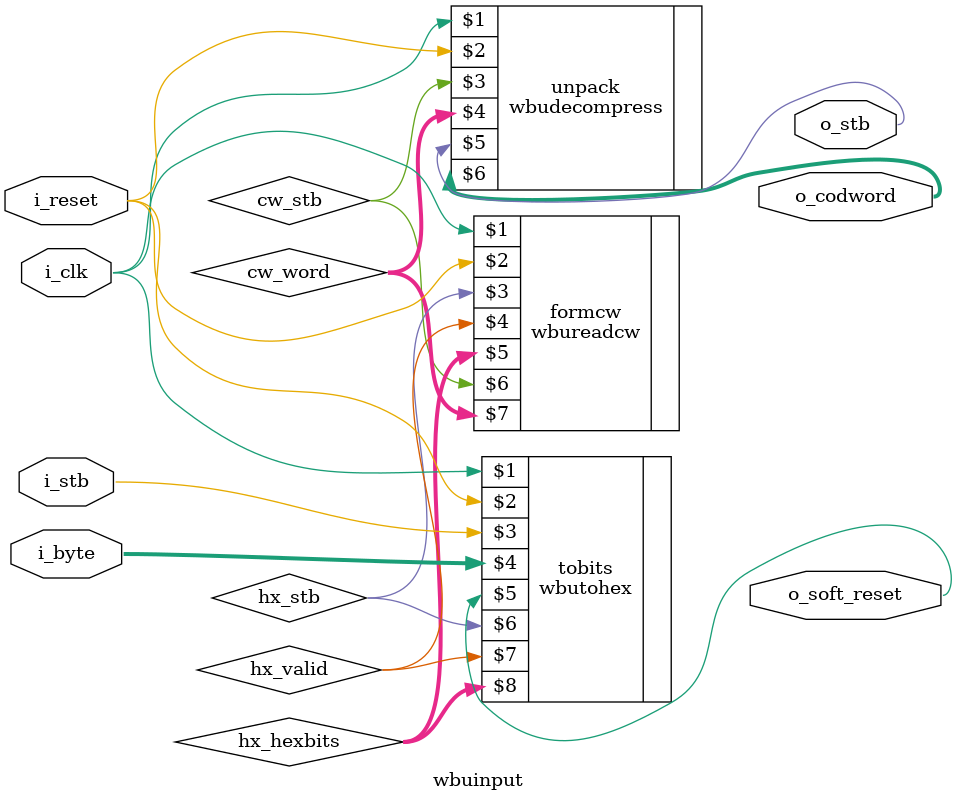
<source format=v>
`default_nettype none
module	wbuinput (
		// {{{
		input	wire		i_clk, i_reset,
					i_stb,
		input	wire	[7:0]	i_byte,
		output	wire		o_soft_reset,
		output	wire		o_stb,
		output	wire	[35:0]	o_codword
		// }}}
	);

	wire		hx_stb, hx_valid;
	wire	[5:0]	hx_hexbits;

	wire		cw_stb;
	wire	[35:0]	cw_word;

	wbutohex	tobits(i_clk, i_reset, i_stb, i_byte, o_soft_reset,
				hx_stb, hx_valid, hx_hexbits);

	wbureadcw	formcw(i_clk, i_reset, hx_stb, hx_valid, hx_hexbits,
				cw_stb, cw_word);

// `define	DEBUGGING
`ifdef	DEBUGGING
	assign	o_stb = cw_stb;
	assign	o_codword = cw_word;
`else
	wbudecompress	unpack(i_clk, i_reset,
				cw_stb, cw_word, o_stb, o_codword);
`endif

endmodule

</source>
